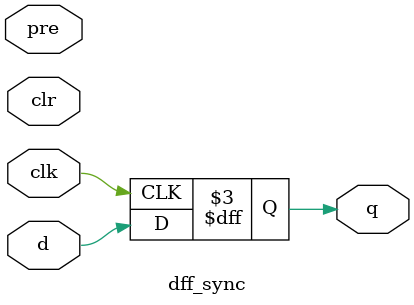
<source format=v>
module dff_sync(output reg q, input pre, clr, d, clk); 
always@(posedge clk) begin 
if (clk == 1) 
q = d; 
end 
endmodule 
</source>
